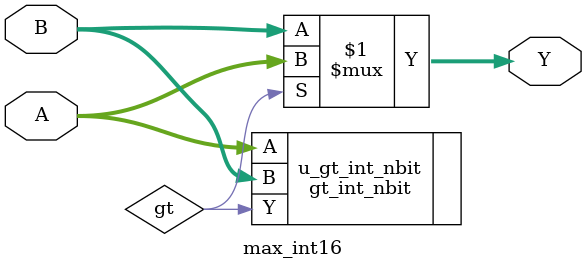
<source format=v>

module max_int16 #(
    parameter WIDTH = 16,
    parameter IMPL_TYPE = 0
)(
    input [WIDTH-1:0] A,
    input [WIDTH-1:0] B,
    output [WIDTH-1:0] Y,
);

    wire gt;
    gt_int_nbit #(
        .WIDTH(WIDTH),
        .IMPL_TYPE(IMPL_TYPE)
    ) u_gt_int_nbit (
        .A(A),
        .B(B),
        .Y(gt)
    );

    assign Y = gt ? A : B;

endmodule

</source>
